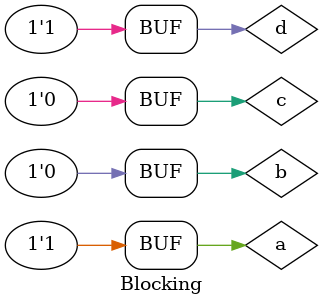
<source format=v>
module Blocking();

reg a,b,c,d;
 


initial begin

$dumpfile ("blocking.vcd"); 
$dumpvars(0,Blocking);

end


initial
begin
//time t = 0
a=1'b1; //blocking assignment/statement
b=1'b0;
c=1'b0;
d=1'b0;
    #50 c = a|b; // waits for 50 time units, and execute c = a|b=1

    d = b; // Time continues from last line, d=b at t=50


    c = #50 d&b; // Time continues from last line, d&b = 0 at t = 50, c = d&b at t=100


   #10 d = a; // Time continues from last line, waits for 10 time units. a = 1 at t = 110, d = 0 = a at t = 110

end
 
endmodule

</source>
